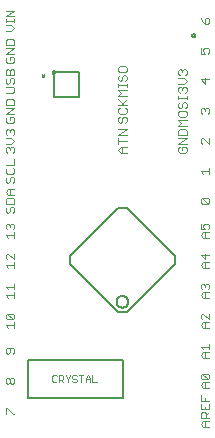
<source format=gto>
G75*
%MOIN*%
%OFA0B0*%
%FSLAX25Y25*%
%IPPOS*%
%LPD*%
%AMOC8*
5,1,8,0,0,1.08239X$1,22.5*
%
%ADD10C,0.00600*%
%ADD11C,0.00500*%
%ADD12C,0.00200*%
%ADD13C,0.00300*%
%ADD14C,0.00250*%
D10*
X0053308Y0043012D02*
X0037312Y0059008D01*
X0037312Y0061792D01*
X0053308Y0077788D01*
X0056092Y0077788D01*
X0072088Y0061792D01*
X0072088Y0059008D01*
X0056092Y0043012D01*
X0053308Y0043012D01*
X0052731Y0046481D02*
X0052733Y0046569D01*
X0052739Y0046657D01*
X0052749Y0046745D01*
X0052763Y0046833D01*
X0052780Y0046919D01*
X0052802Y0047005D01*
X0052827Y0047089D01*
X0052857Y0047173D01*
X0052889Y0047255D01*
X0052926Y0047335D01*
X0052966Y0047414D01*
X0053010Y0047491D01*
X0053057Y0047566D01*
X0053107Y0047638D01*
X0053161Y0047709D01*
X0053217Y0047776D01*
X0053277Y0047842D01*
X0053339Y0047904D01*
X0053405Y0047964D01*
X0053472Y0048020D01*
X0053543Y0048074D01*
X0053615Y0048124D01*
X0053690Y0048171D01*
X0053767Y0048215D01*
X0053846Y0048255D01*
X0053926Y0048292D01*
X0054008Y0048324D01*
X0054092Y0048354D01*
X0054176Y0048379D01*
X0054262Y0048401D01*
X0054348Y0048418D01*
X0054436Y0048432D01*
X0054524Y0048442D01*
X0054612Y0048448D01*
X0054700Y0048450D01*
X0054788Y0048448D01*
X0054876Y0048442D01*
X0054964Y0048432D01*
X0055052Y0048418D01*
X0055138Y0048401D01*
X0055224Y0048379D01*
X0055308Y0048354D01*
X0055392Y0048324D01*
X0055474Y0048292D01*
X0055554Y0048255D01*
X0055633Y0048215D01*
X0055710Y0048171D01*
X0055785Y0048124D01*
X0055857Y0048074D01*
X0055928Y0048020D01*
X0055995Y0047964D01*
X0056061Y0047904D01*
X0056123Y0047842D01*
X0056183Y0047776D01*
X0056239Y0047709D01*
X0056293Y0047638D01*
X0056343Y0047566D01*
X0056390Y0047491D01*
X0056434Y0047414D01*
X0056474Y0047335D01*
X0056511Y0047255D01*
X0056543Y0047173D01*
X0056573Y0047089D01*
X0056598Y0047005D01*
X0056620Y0046919D01*
X0056637Y0046833D01*
X0056651Y0046745D01*
X0056661Y0046657D01*
X0056667Y0046569D01*
X0056669Y0046481D01*
X0056667Y0046393D01*
X0056661Y0046305D01*
X0056651Y0046217D01*
X0056637Y0046129D01*
X0056620Y0046043D01*
X0056598Y0045957D01*
X0056573Y0045873D01*
X0056543Y0045789D01*
X0056511Y0045707D01*
X0056474Y0045627D01*
X0056434Y0045548D01*
X0056390Y0045471D01*
X0056343Y0045396D01*
X0056293Y0045324D01*
X0056239Y0045253D01*
X0056183Y0045186D01*
X0056123Y0045120D01*
X0056061Y0045058D01*
X0055995Y0044998D01*
X0055928Y0044942D01*
X0055857Y0044888D01*
X0055785Y0044838D01*
X0055710Y0044791D01*
X0055633Y0044747D01*
X0055554Y0044707D01*
X0055474Y0044670D01*
X0055392Y0044638D01*
X0055308Y0044608D01*
X0055224Y0044583D01*
X0055138Y0044561D01*
X0055052Y0044544D01*
X0054964Y0044530D01*
X0054876Y0044520D01*
X0054788Y0044514D01*
X0054700Y0044512D01*
X0054612Y0044514D01*
X0054524Y0044520D01*
X0054436Y0044530D01*
X0054348Y0044544D01*
X0054262Y0044561D01*
X0054176Y0044583D01*
X0054092Y0044608D01*
X0054008Y0044638D01*
X0053926Y0044670D01*
X0053846Y0044707D01*
X0053767Y0044747D01*
X0053690Y0044791D01*
X0053615Y0044838D01*
X0053543Y0044888D01*
X0053472Y0044942D01*
X0053405Y0044998D01*
X0053339Y0045058D01*
X0053277Y0045120D01*
X0053217Y0045186D01*
X0053161Y0045253D01*
X0053107Y0045324D01*
X0053057Y0045396D01*
X0053010Y0045471D01*
X0052966Y0045548D01*
X0052926Y0045627D01*
X0052889Y0045707D01*
X0052857Y0045789D01*
X0052827Y0045873D01*
X0052802Y0045957D01*
X0052780Y0046043D01*
X0052763Y0046129D01*
X0052749Y0046217D01*
X0052739Y0046305D01*
X0052733Y0046393D01*
X0052731Y0046481D01*
D11*
X0054748Y0027099D02*
X0054748Y0014501D01*
X0023252Y0014501D01*
X0023252Y0027099D01*
X0054748Y0027099D01*
X0040074Y0114613D02*
X0031806Y0114613D01*
X0031806Y0122881D01*
X0031412Y0122881D02*
X0031414Y0122920D01*
X0031420Y0122959D01*
X0031430Y0122997D01*
X0031443Y0123034D01*
X0031460Y0123069D01*
X0031480Y0123103D01*
X0031504Y0123134D01*
X0031531Y0123163D01*
X0031560Y0123189D01*
X0031592Y0123212D01*
X0031626Y0123232D01*
X0031662Y0123248D01*
X0031699Y0123260D01*
X0031738Y0123269D01*
X0031777Y0123274D01*
X0031816Y0123275D01*
X0031855Y0123272D01*
X0031894Y0123265D01*
X0031931Y0123254D01*
X0031968Y0123240D01*
X0032003Y0123222D01*
X0032036Y0123201D01*
X0032067Y0123176D01*
X0032095Y0123149D01*
X0032120Y0123119D01*
X0032142Y0123086D01*
X0032161Y0123052D01*
X0032176Y0123016D01*
X0032188Y0122978D01*
X0032196Y0122940D01*
X0032200Y0122901D01*
X0032200Y0122861D01*
X0032196Y0122822D01*
X0032188Y0122784D01*
X0032176Y0122746D01*
X0032161Y0122710D01*
X0032142Y0122676D01*
X0032120Y0122643D01*
X0032095Y0122613D01*
X0032067Y0122586D01*
X0032036Y0122561D01*
X0032003Y0122540D01*
X0031968Y0122522D01*
X0031931Y0122508D01*
X0031894Y0122497D01*
X0031855Y0122490D01*
X0031816Y0122487D01*
X0031777Y0122488D01*
X0031738Y0122493D01*
X0031699Y0122502D01*
X0031662Y0122514D01*
X0031626Y0122530D01*
X0031592Y0122550D01*
X0031560Y0122573D01*
X0031531Y0122599D01*
X0031504Y0122628D01*
X0031480Y0122659D01*
X0031460Y0122693D01*
X0031443Y0122728D01*
X0031430Y0122765D01*
X0031420Y0122803D01*
X0031414Y0122842D01*
X0031412Y0122881D01*
X0031806Y0122881D02*
X0040074Y0122881D01*
X0040074Y0114613D01*
X0078000Y0135300D02*
X0078002Y0135344D01*
X0078008Y0135388D01*
X0078018Y0135431D01*
X0078031Y0135473D01*
X0078048Y0135514D01*
X0078069Y0135553D01*
X0078093Y0135590D01*
X0078120Y0135625D01*
X0078150Y0135657D01*
X0078183Y0135687D01*
X0078219Y0135713D01*
X0078256Y0135737D01*
X0078296Y0135756D01*
X0078337Y0135773D01*
X0078380Y0135785D01*
X0078423Y0135794D01*
X0078467Y0135799D01*
X0078511Y0135800D01*
X0078555Y0135797D01*
X0078599Y0135790D01*
X0078642Y0135779D01*
X0078684Y0135765D01*
X0078724Y0135747D01*
X0078763Y0135725D01*
X0078799Y0135701D01*
X0078833Y0135673D01*
X0078865Y0135642D01*
X0078894Y0135608D01*
X0078920Y0135572D01*
X0078942Y0135534D01*
X0078961Y0135494D01*
X0078976Y0135452D01*
X0078988Y0135410D01*
X0078996Y0135366D01*
X0079000Y0135322D01*
X0079000Y0135278D01*
X0078996Y0135234D01*
X0078988Y0135190D01*
X0078976Y0135148D01*
X0078961Y0135106D01*
X0078942Y0135066D01*
X0078920Y0135028D01*
X0078894Y0134992D01*
X0078865Y0134958D01*
X0078833Y0134927D01*
X0078799Y0134899D01*
X0078763Y0134875D01*
X0078724Y0134853D01*
X0078684Y0134835D01*
X0078642Y0134821D01*
X0078599Y0134810D01*
X0078555Y0134803D01*
X0078511Y0134800D01*
X0078467Y0134801D01*
X0078423Y0134806D01*
X0078380Y0134815D01*
X0078337Y0134827D01*
X0078296Y0134844D01*
X0078256Y0134863D01*
X0078219Y0134887D01*
X0078183Y0134913D01*
X0078150Y0134943D01*
X0078120Y0134975D01*
X0078093Y0135010D01*
X0078069Y0135047D01*
X0078048Y0135086D01*
X0078031Y0135127D01*
X0078018Y0135169D01*
X0078008Y0135212D01*
X0078002Y0135256D01*
X0078000Y0135300D01*
D12*
X0044625Y0021902D02*
X0044625Y0019700D01*
X0046093Y0019700D01*
X0043883Y0019700D02*
X0043883Y0021168D01*
X0043149Y0021902D01*
X0042415Y0021168D01*
X0042415Y0019700D01*
X0042415Y0020801D02*
X0043883Y0020801D01*
X0041673Y0021902D02*
X0040205Y0021902D01*
X0040939Y0021902D02*
X0040939Y0019700D01*
X0039463Y0020067D02*
X0039463Y0020434D01*
X0039096Y0020801D01*
X0038362Y0020801D01*
X0037995Y0021168D01*
X0037995Y0021535D01*
X0038362Y0021902D01*
X0039096Y0021902D01*
X0039463Y0021535D01*
X0039463Y0020067D02*
X0039096Y0019700D01*
X0038362Y0019700D01*
X0037995Y0020067D01*
X0036519Y0019700D02*
X0036519Y0020801D01*
X0037253Y0021535D01*
X0037253Y0021902D01*
X0036519Y0020801D02*
X0035785Y0021535D01*
X0035785Y0021902D01*
X0035043Y0021535D02*
X0035043Y0020801D01*
X0034676Y0020434D01*
X0033575Y0020434D01*
X0033575Y0019700D02*
X0033575Y0021902D01*
X0034676Y0021902D01*
X0035043Y0021535D01*
X0034309Y0020434D02*
X0035043Y0019700D01*
X0032833Y0020067D02*
X0032466Y0019700D01*
X0031732Y0019700D01*
X0031365Y0020067D01*
X0031365Y0021535D01*
X0031732Y0021902D01*
X0032466Y0021902D01*
X0032833Y0021535D01*
D13*
X0015748Y0011012D02*
X0015748Y0009077D01*
X0015748Y0011012D02*
X0016231Y0011012D01*
X0018166Y0009077D01*
X0018650Y0009077D01*
X0018166Y0019077D02*
X0017683Y0019077D01*
X0017199Y0019560D01*
X0017199Y0020528D01*
X0017683Y0021012D01*
X0018166Y0021012D01*
X0018650Y0020528D01*
X0018650Y0019560D01*
X0018166Y0019077D01*
X0017199Y0019560D02*
X0016715Y0019077D01*
X0016231Y0019077D01*
X0015748Y0019560D01*
X0015748Y0020528D01*
X0016231Y0021012D01*
X0016715Y0021012D01*
X0017199Y0020528D01*
X0016715Y0029077D02*
X0017199Y0029560D01*
X0017199Y0031012D01*
X0018166Y0031012D02*
X0016231Y0031012D01*
X0015748Y0030528D01*
X0015748Y0029560D01*
X0016231Y0029077D01*
X0016715Y0029077D01*
X0018166Y0029077D02*
X0018650Y0029560D01*
X0018650Y0030528D01*
X0018166Y0031012D01*
X0018650Y0037603D02*
X0018650Y0039538D01*
X0018650Y0038571D02*
X0015748Y0038571D01*
X0016715Y0037603D01*
X0016231Y0040550D02*
X0015748Y0041034D01*
X0015748Y0042001D01*
X0016231Y0042485D01*
X0018166Y0040550D01*
X0018650Y0041034D01*
X0018650Y0042001D01*
X0018166Y0042485D01*
X0016231Y0042485D01*
X0016231Y0040550D02*
X0018166Y0040550D01*
X0018650Y0047603D02*
X0018650Y0049538D01*
X0018650Y0048571D02*
X0015748Y0048571D01*
X0016715Y0047603D01*
X0016715Y0050550D02*
X0015748Y0051517D01*
X0018650Y0051517D01*
X0018650Y0050550D02*
X0018650Y0052485D01*
X0018650Y0057603D02*
X0018650Y0059538D01*
X0018650Y0058571D02*
X0015748Y0058571D01*
X0016715Y0057603D01*
X0016231Y0060550D02*
X0015748Y0061034D01*
X0015748Y0062001D01*
X0016231Y0062485D01*
X0016715Y0062485D01*
X0018650Y0060550D01*
X0018650Y0062485D01*
X0018650Y0067603D02*
X0018650Y0069538D01*
X0018650Y0068571D02*
X0015748Y0068571D01*
X0016715Y0067603D01*
X0016231Y0070550D02*
X0015748Y0071034D01*
X0015748Y0072001D01*
X0016231Y0072485D01*
X0016715Y0072485D01*
X0017199Y0072001D01*
X0017683Y0072485D01*
X0018166Y0072485D01*
X0018650Y0072001D01*
X0018650Y0071034D01*
X0018166Y0070550D01*
X0017199Y0071517D02*
X0017199Y0072001D01*
X0016715Y0076130D02*
X0017199Y0076614D01*
X0017199Y0077581D01*
X0017683Y0078065D01*
X0018166Y0078065D01*
X0018650Y0077581D01*
X0018650Y0076614D01*
X0018166Y0076130D01*
X0016715Y0076130D02*
X0016231Y0076130D01*
X0015748Y0076614D01*
X0015748Y0077581D01*
X0016231Y0078065D01*
X0015748Y0079077D02*
X0015748Y0080528D01*
X0016231Y0081012D01*
X0018166Y0081012D01*
X0018650Y0080528D01*
X0018650Y0079077D01*
X0015748Y0079077D01*
X0016715Y0082023D02*
X0015748Y0082991D01*
X0016715Y0083958D01*
X0018650Y0083958D01*
X0017199Y0083958D02*
X0017199Y0082023D01*
X0016715Y0082023D02*
X0018650Y0082023D01*
X0018166Y0086130D02*
X0018650Y0086614D01*
X0018650Y0087581D01*
X0018166Y0088065D01*
X0017683Y0088065D01*
X0017199Y0087581D01*
X0017199Y0086614D01*
X0016715Y0086130D01*
X0016231Y0086130D01*
X0015748Y0086614D01*
X0015748Y0087581D01*
X0016231Y0088065D01*
X0016231Y0089077D02*
X0015748Y0089560D01*
X0015748Y0090528D01*
X0016231Y0091012D01*
X0015748Y0092023D02*
X0018650Y0092023D01*
X0018650Y0093958D01*
X0018166Y0096130D02*
X0018650Y0096614D01*
X0018650Y0097581D01*
X0018166Y0098065D01*
X0017683Y0098065D01*
X0017199Y0097581D01*
X0017199Y0097098D01*
X0017199Y0097581D02*
X0016715Y0098065D01*
X0016231Y0098065D01*
X0015748Y0097581D01*
X0015748Y0096614D01*
X0016231Y0096130D01*
X0015748Y0099077D02*
X0017683Y0099077D01*
X0018650Y0100044D01*
X0017683Y0101012D01*
X0015748Y0101012D01*
X0016231Y0102023D02*
X0015748Y0102507D01*
X0015748Y0103474D01*
X0016231Y0103958D01*
X0016715Y0103958D01*
X0017199Y0103474D01*
X0017683Y0103958D01*
X0018166Y0103958D01*
X0018650Y0103474D01*
X0018650Y0102507D01*
X0018166Y0102023D01*
X0017199Y0102991D02*
X0017199Y0103474D01*
X0016231Y0106130D02*
X0018166Y0106130D01*
X0018650Y0106614D01*
X0018650Y0107581D01*
X0018166Y0108065D01*
X0017199Y0108065D01*
X0017199Y0107098D01*
X0016231Y0108065D02*
X0015748Y0107581D01*
X0015748Y0106614D01*
X0016231Y0106130D01*
X0015748Y0109077D02*
X0018650Y0111012D01*
X0015748Y0111012D01*
X0015748Y0112023D02*
X0015748Y0113474D01*
X0016231Y0113958D01*
X0018166Y0113958D01*
X0018650Y0113474D01*
X0018650Y0112023D01*
X0015748Y0112023D01*
X0015748Y0109077D02*
X0018650Y0109077D01*
X0018166Y0116130D02*
X0015748Y0116130D01*
X0015748Y0118065D02*
X0018166Y0118065D01*
X0018650Y0117581D01*
X0018650Y0116614D01*
X0018166Y0116130D01*
X0018166Y0119077D02*
X0018650Y0119560D01*
X0018650Y0120528D01*
X0018166Y0121012D01*
X0017683Y0121012D01*
X0017199Y0120528D01*
X0017199Y0119560D01*
X0016715Y0119077D01*
X0016231Y0119077D01*
X0015748Y0119560D01*
X0015748Y0120528D01*
X0016231Y0121012D01*
X0015748Y0122023D02*
X0015748Y0123474D01*
X0016231Y0123958D01*
X0016715Y0123958D01*
X0017199Y0123474D01*
X0017199Y0122023D01*
X0018650Y0122023D02*
X0018650Y0123474D01*
X0018166Y0123958D01*
X0017683Y0123958D01*
X0017199Y0123474D01*
X0018650Y0122023D02*
X0015748Y0122023D01*
X0016231Y0126130D02*
X0015748Y0126614D01*
X0015748Y0127581D01*
X0016231Y0128065D01*
X0017199Y0128065D02*
X0017199Y0127098D01*
X0017199Y0128065D02*
X0018166Y0128065D01*
X0018650Y0127581D01*
X0018650Y0126614D01*
X0018166Y0126130D01*
X0016231Y0126130D01*
X0015748Y0129077D02*
X0018650Y0131012D01*
X0015748Y0131012D01*
X0015748Y0132023D02*
X0015748Y0133474D01*
X0016231Y0133958D01*
X0018166Y0133958D01*
X0018650Y0133474D01*
X0018650Y0132023D01*
X0015748Y0132023D01*
X0015748Y0129077D02*
X0018650Y0129077D01*
X0017683Y0136621D02*
X0015748Y0136621D01*
X0017683Y0136621D02*
X0018650Y0137589D01*
X0017683Y0138556D01*
X0015748Y0138556D01*
X0015748Y0139568D02*
X0015748Y0140535D01*
X0015748Y0140052D02*
X0018650Y0140052D01*
X0018650Y0140535D02*
X0018650Y0139568D01*
X0018650Y0141532D02*
X0015748Y0141532D01*
X0018650Y0143467D01*
X0015748Y0143467D01*
X0018166Y0091012D02*
X0018650Y0090528D01*
X0018650Y0089560D01*
X0018166Y0089077D01*
X0016231Y0089077D01*
X0053248Y0097098D02*
X0054215Y0098065D01*
X0056150Y0098065D01*
X0054699Y0098065D02*
X0054699Y0096130D01*
X0054215Y0096130D02*
X0053248Y0097098D01*
X0054215Y0096130D02*
X0056150Y0096130D01*
X0056150Y0100044D02*
X0053248Y0100044D01*
X0053248Y0099077D02*
X0053248Y0101012D01*
X0053248Y0102023D02*
X0056150Y0103958D01*
X0053248Y0103958D01*
X0053248Y0102023D02*
X0056150Y0102023D01*
X0055666Y0106130D02*
X0056150Y0106614D01*
X0056150Y0107581D01*
X0055666Y0108065D01*
X0055183Y0108065D01*
X0054699Y0107581D01*
X0054699Y0106614D01*
X0054215Y0106130D01*
X0053731Y0106130D01*
X0053248Y0106614D01*
X0053248Y0107581D01*
X0053731Y0108065D01*
X0053731Y0109077D02*
X0053248Y0109560D01*
X0053248Y0110528D01*
X0053731Y0111012D01*
X0053248Y0112023D02*
X0056150Y0112023D01*
X0055183Y0112023D02*
X0053248Y0113958D01*
X0053248Y0115148D02*
X0054215Y0116116D01*
X0053248Y0117083D01*
X0056150Y0117083D01*
X0056150Y0118095D02*
X0056150Y0119062D01*
X0056150Y0118578D02*
X0053248Y0118578D01*
X0053248Y0118095D02*
X0053248Y0119062D01*
X0053731Y0120059D02*
X0053248Y0120543D01*
X0053248Y0121510D01*
X0053731Y0121994D01*
X0053731Y0123005D02*
X0053248Y0123489D01*
X0053248Y0124457D01*
X0053731Y0124940D01*
X0055666Y0124940D01*
X0056150Y0124457D01*
X0056150Y0123489D01*
X0055666Y0123005D01*
X0053731Y0123005D01*
X0055183Y0121994D02*
X0055666Y0121994D01*
X0056150Y0121510D01*
X0056150Y0120543D01*
X0055666Y0120059D01*
X0054699Y0120543D02*
X0054699Y0121510D01*
X0055183Y0121994D01*
X0054699Y0120543D02*
X0054215Y0120059D01*
X0053731Y0120059D01*
X0053248Y0115148D02*
X0056150Y0115148D01*
X0056150Y0113958D02*
X0054699Y0112507D01*
X0055666Y0111012D02*
X0056150Y0110528D01*
X0056150Y0109560D01*
X0055666Y0109077D01*
X0053731Y0109077D01*
X0073248Y0109546D02*
X0073248Y0108578D01*
X0073731Y0108095D01*
X0075666Y0108095D01*
X0076150Y0108578D01*
X0076150Y0109546D01*
X0075666Y0110030D01*
X0073731Y0110030D01*
X0073248Y0109546D01*
X0073731Y0111041D02*
X0073248Y0111525D01*
X0073248Y0112492D01*
X0073731Y0112976D01*
X0074699Y0112492D02*
X0074699Y0111525D01*
X0074215Y0111041D01*
X0073731Y0111041D01*
X0074699Y0112492D02*
X0075183Y0112976D01*
X0075666Y0112976D01*
X0076150Y0112492D01*
X0076150Y0111525D01*
X0075666Y0111041D01*
X0076150Y0113988D02*
X0076150Y0114955D01*
X0076150Y0114471D02*
X0073248Y0114471D01*
X0073248Y0113988D02*
X0073248Y0114955D01*
X0073731Y0116130D02*
X0073248Y0116614D01*
X0073248Y0117581D01*
X0073731Y0118065D01*
X0074215Y0118065D01*
X0074699Y0117581D01*
X0075183Y0118065D01*
X0075666Y0118065D01*
X0076150Y0117581D01*
X0076150Y0116614D01*
X0075666Y0116130D01*
X0074699Y0117098D02*
X0074699Y0117581D01*
X0075183Y0119077D02*
X0076150Y0120044D01*
X0075183Y0121012D01*
X0073248Y0121012D01*
X0073731Y0122023D02*
X0073248Y0122507D01*
X0073248Y0123474D01*
X0073731Y0123958D01*
X0074215Y0123958D01*
X0074699Y0123474D01*
X0075183Y0123958D01*
X0075666Y0123958D01*
X0076150Y0123474D01*
X0076150Y0122507D01*
X0075666Y0122023D01*
X0074699Y0122991D02*
X0074699Y0123474D01*
X0075183Y0119077D02*
X0073248Y0119077D01*
X0080748Y0120528D02*
X0082199Y0119077D01*
X0082199Y0121012D01*
X0083650Y0120528D02*
X0080748Y0120528D01*
X0080748Y0129077D02*
X0082199Y0129077D01*
X0081715Y0130044D01*
X0081715Y0130528D01*
X0082199Y0131012D01*
X0083166Y0131012D01*
X0083650Y0130528D01*
X0083650Y0129560D01*
X0083166Y0129077D01*
X0080748Y0129077D02*
X0080748Y0131012D01*
X0082199Y0139077D02*
X0082199Y0140528D01*
X0082683Y0141012D01*
X0083166Y0141012D01*
X0083650Y0140528D01*
X0083650Y0139560D01*
X0083166Y0139077D01*
X0082199Y0139077D01*
X0081231Y0140044D01*
X0080748Y0141012D01*
X0081231Y0111012D02*
X0081715Y0111012D01*
X0082199Y0110528D01*
X0082683Y0111012D01*
X0083166Y0111012D01*
X0083650Y0110528D01*
X0083650Y0109560D01*
X0083166Y0109077D01*
X0082199Y0110044D02*
X0082199Y0110528D01*
X0081231Y0111012D02*
X0080748Y0110528D01*
X0080748Y0109560D01*
X0081231Y0109077D01*
X0076150Y0107083D02*
X0073248Y0107083D01*
X0074215Y0106116D01*
X0073248Y0105148D01*
X0076150Y0105148D01*
X0075666Y0103958D02*
X0073731Y0103958D01*
X0073248Y0103474D01*
X0073248Y0102023D01*
X0076150Y0102023D01*
X0076150Y0103474D01*
X0075666Y0103958D01*
X0076150Y0101012D02*
X0073248Y0101012D01*
X0073248Y0099077D02*
X0076150Y0101012D01*
X0076150Y0099077D02*
X0073248Y0099077D01*
X0073731Y0098065D02*
X0073248Y0097581D01*
X0073248Y0096614D01*
X0073731Y0096130D01*
X0075666Y0096130D01*
X0076150Y0096614D01*
X0076150Y0097581D01*
X0075666Y0098065D01*
X0074699Y0098065D01*
X0074699Y0097098D01*
X0080748Y0099560D02*
X0081231Y0099077D01*
X0080748Y0099560D02*
X0080748Y0100528D01*
X0081231Y0101012D01*
X0081715Y0101012D01*
X0083650Y0099077D01*
X0083650Y0101012D01*
X0083650Y0091012D02*
X0083650Y0089077D01*
X0083650Y0090044D02*
X0080748Y0090044D01*
X0081715Y0089077D01*
X0081231Y0081012D02*
X0083166Y0079077D01*
X0083650Y0079560D01*
X0083650Y0080528D01*
X0083166Y0081012D01*
X0081231Y0081012D01*
X0080748Y0080528D01*
X0080748Y0079560D01*
X0081231Y0079077D01*
X0083166Y0079077D01*
X0083166Y0072485D02*
X0082199Y0072485D01*
X0081715Y0072001D01*
X0081715Y0071517D01*
X0082199Y0070550D01*
X0080748Y0070550D01*
X0080748Y0072485D01*
X0083166Y0072485D02*
X0083650Y0072001D01*
X0083650Y0071034D01*
X0083166Y0070550D01*
X0083650Y0069538D02*
X0081715Y0069538D01*
X0080748Y0068571D01*
X0081715Y0067603D01*
X0083650Y0067603D01*
X0082199Y0067603D02*
X0082199Y0069538D01*
X0082199Y0062485D02*
X0082199Y0060550D01*
X0080748Y0062001D01*
X0083650Y0062001D01*
X0083650Y0059538D02*
X0081715Y0059538D01*
X0080748Y0058571D01*
X0081715Y0057603D01*
X0083650Y0057603D01*
X0082199Y0057603D02*
X0082199Y0059538D01*
X0082683Y0052485D02*
X0082199Y0052001D01*
X0082199Y0051517D01*
X0082199Y0052001D02*
X0081715Y0052485D01*
X0081231Y0052485D01*
X0080748Y0052001D01*
X0080748Y0051034D01*
X0081231Y0050550D01*
X0081715Y0049538D02*
X0080748Y0048571D01*
X0081715Y0047603D01*
X0083650Y0047603D01*
X0083650Y0049538D02*
X0081715Y0049538D01*
X0082199Y0049538D02*
X0082199Y0047603D01*
X0083166Y0050550D02*
X0083650Y0051034D01*
X0083650Y0052001D01*
X0083166Y0052485D01*
X0082683Y0052485D01*
X0083650Y0042485D02*
X0083650Y0040550D01*
X0081715Y0042485D01*
X0081231Y0042485D01*
X0080748Y0042001D01*
X0080748Y0041034D01*
X0081231Y0040550D01*
X0081715Y0039538D02*
X0083650Y0039538D01*
X0083650Y0037603D02*
X0081715Y0037603D01*
X0080748Y0038571D01*
X0081715Y0039538D01*
X0082199Y0039538D02*
X0082199Y0037603D01*
X0083650Y0032485D02*
X0083650Y0030550D01*
X0083650Y0031517D02*
X0080748Y0031517D01*
X0081715Y0030550D01*
X0081715Y0029538D02*
X0083650Y0029538D01*
X0082199Y0029538D02*
X0082199Y0027603D01*
X0081715Y0027603D02*
X0080748Y0028571D01*
X0081715Y0029538D01*
X0081715Y0027603D02*
X0083650Y0027603D01*
X0083166Y0022485D02*
X0081231Y0022485D01*
X0083166Y0020550D01*
X0083650Y0021034D01*
X0083650Y0022001D01*
X0083166Y0022485D01*
X0083166Y0020550D02*
X0081231Y0020550D01*
X0080748Y0021034D01*
X0080748Y0022001D01*
X0081231Y0022485D01*
X0081715Y0019538D02*
X0083650Y0019538D01*
X0083650Y0017603D02*
X0081715Y0017603D01*
X0080748Y0018571D01*
X0081715Y0019538D01*
X0082199Y0019538D02*
X0082199Y0017603D01*
X0080748Y0015431D02*
X0080748Y0013497D01*
X0083650Y0013497D01*
X0083650Y0012485D02*
X0083650Y0010550D01*
X0080748Y0010550D01*
X0080748Y0012485D01*
X0082199Y0011517D02*
X0082199Y0010550D01*
X0082199Y0009538D02*
X0082683Y0009055D01*
X0082683Y0007603D01*
X0083650Y0007603D02*
X0080748Y0007603D01*
X0080748Y0009055D01*
X0081231Y0009538D01*
X0082199Y0009538D01*
X0082683Y0008571D02*
X0083650Y0009538D01*
X0083650Y0006592D02*
X0081715Y0006592D01*
X0080748Y0005624D01*
X0081715Y0004657D01*
X0083650Y0004657D01*
X0082199Y0004657D02*
X0082199Y0006592D01*
X0082199Y0013497D02*
X0082199Y0014464D01*
D14*
X0028575Y0121300D02*
X0028575Y0121800D01*
X0028575Y0122300D01*
X0028575Y0121800D02*
X0027825Y0122300D01*
X0027825Y0121300D01*
X0028575Y0121800D01*
M02*

</source>
